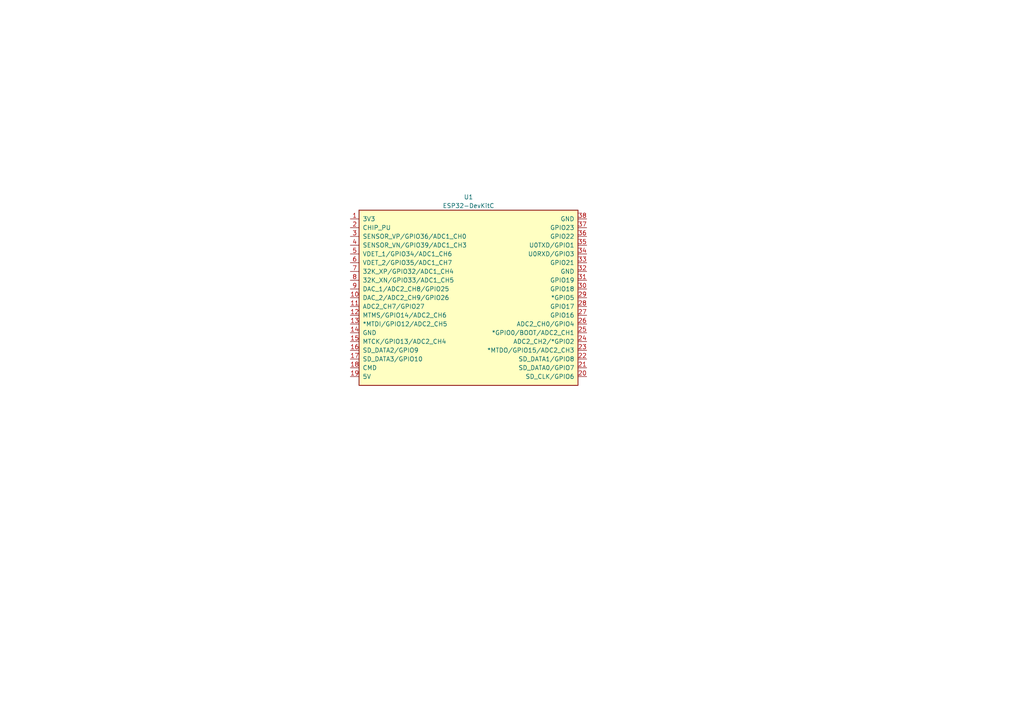
<source format=kicad_sch>
(kicad_sch (version 20230121) (generator eeschema)
  (paper "A4")
  (lib_symbols
    (symbol "Espressif:ESP32-DevKitC" (pin_names (offset 1.016))
      (property "Reference" "U" (at -30.48 30.48 0))
      (property "Value" "ESP32-DevKitC" (at -30.48 27.94 0))
      (symbol "ESP32-DevKitC_0_0"
        (pin power_in line (at -33.02 -10.16 0) (length 2.54) (name "GND") (number "14"))
        (pin power_in line (at -33.02 -22.86 0) (length 2.54) (name "5V") (number "19"))
      )
      (symbol "ESP32-DevKitC_0_1"
        (rectangle (start -30.48 25.4) (end 33.02 -25.4) (stroke (width 0.254)) (fill (type background)))
      )
      (symbol "ESP32-DevKitC_1_1"
        (pin power_in line (at -33.02 22.86 0) (length 2.54) (name "3V3") (number "1"))
        (pin bidirectional line (at -33.02 0 0) (length 2.54) (name "DAC_2/ADC2_CH9/GPIO26") (number "10"))
        (pin bidirectional line (at -33.02 -2.54 0) (length 2.54) (name "ADC2_CH7/GPIO27") (number "11"))
        (pin bidirectional line (at -33.02 -5.08 0) (length 2.54) (name "MTMS/GPIO14/ADC2_CH6") (number "12"))
        (pin bidirectional line (at -33.02 -7.62 0) (length 2.54) (name "*MTDI/GPIO12/ADC2_CH5") (number "13"))
        (pin bidirectional line (at -33.02 -12.7 0) (length 2.54) (name "MTCK/GPIO13/ADC2_CH4") (number "15"))
        (pin bidirectional line (at -33.02 -15.24 0) (length 2.54) (name "SD_DATA2/GPIO9") (number "16"))
        (pin bidirectional line (at -33.02 -17.78 0) (length 2.54) (name "SD_DATA3/GPIO10") (number "17"))
        (pin bidirectional line (at -33.02 -20.32 0) (length 2.54) (name "CMD") (number "18"))
        (pin input line (at -33.02 20.32 0) (length 2.54) (name "CHIP_PU") (number "2"))
        (pin bidirectional line (at 35.56 -22.86 180) (length 2.54) (name "SD_CLK/GPIO6") (number "20"))
        (pin bidirectional line (at 35.56 -20.32 180) (length 2.54) (name "SD_DATA0/GPIO7") (number "21"))
        (pin bidirectional line (at 35.56 -17.78 180) (length 2.54) (name "SD_DATA1/GPIO8") (number "22"))
        (pin bidirectional line (at 35.56 -15.24 180) (length 2.54) (name "*MTDO/GPIO15/ADC2_CH3") (number "23"))
        (pin bidirectional line (at 35.56 -12.7 180) (length 2.54) (name "ADC2_CH2/*GPIO2") (number "24"))
        (pin bidirectional line (at 35.56 -10.16 180) (length 2.54) (name "*GPIO0/BOOT/ADC2_CH1") (number "25"))
        (pin bidirectional line (at 35.56 -7.62 180) (length 2.54) (name "ADC2_CH0/GPIO4") (number "26"))
        (pin bidirectional line (at 35.56 -5.08 180) (length 2.54) (name "GPIO16") (number "27"))
        (pin bidirectional line (at 35.56 -2.54 180) (length 2.54) (name "GPIO17") (number "28"))
        (pin bidirectional line (at 35.56 0 180) (length 2.54) (name "*GPIO5") (number "29"))
        (pin input line (at -33.02 17.78 0) (length 2.54) (name "SENSOR_VP/GPIO36/ADC1_CH0") (number "3"))
        (pin bidirectional line (at 35.56 2.54 180) (length 2.54) (name "GPIO18") (number "30"))
        (pin bidirectional line (at 35.56 5.08 180) (length 2.54) (name "GPIO19") (number "31"))
        (pin power_in line (at 35.56 7.62 180) (length 2.54) (name "GND") (number "32"))
        (pin bidirectional line (at 35.56 10.16 180) (length 2.54) (name "GPIO21") (number "33"))
        (pin bidirectional line (at 35.56 12.7 180) (length 2.54) (name "U0RXD/GPIO3") (number "34"))
        (pin bidirectional line (at 35.56 15.24 180) (length 2.54) (name "U0TXD/GPIO1") (number "35"))
        (pin bidirectional line (at 35.56 17.78 180) (length 2.54) (name "GPIO22") (number "36"))
        (pin bidirectional line (at 35.56 20.32 180) (length 2.54) (name "GPIO23") (number "37"))
        (pin power_in line (at 35.56 22.86 180) (length 2.54) (name "GND") (number "38"))
        (pin input line (at -33.02 15.24 0) (length 2.54) (name "SENSOR_VN/GPIO39/ADC1_CH3") (number "4"))
        (pin input line (at -33.02 12.7 0) (length 2.54) (name "VDET_1/GPIO34/ADC1_CH6") (number "5"))
        (pin input line (at -33.02 10.16 0) (length 2.54) (name "VDET_2/GPIO35/ADC1_CH7") (number "6"))
        (pin bidirectional line (at -33.02 7.62 0) (length 2.54) (name "32K_XP/GPIO32/ADC1_CH4") (number "7"))
        (pin bidirectional line (at -33.02 5.08 0) (length 2.54) (name "32K_XN/GPIO33/ADC1_CH5") (number "8"))
        (pin bidirectional line (at -33.02 2.54 0) (length 2.54) (name "DAC_1/ADC2_CH8/GPIO25") (number "9"))
      )
    )
  )
  (symbol (lib_id "Espressif:ESP32-DevKitC") (at 134.62 86.36 0) (unit 1)
    (property "Reference" "U1" (at 135.89 57.15 0))
    (property "Value" "ESP32-DevKitC" (at 135.89 59.69 0))
    (property "Footprint" "Espressif:ESP32-DevKitC" (effects hide))
    (property "Datasheet" "https://docs.espressif.com/projects/esp-idf/zh_CN/latest/esp32/hw-reference/esp32/get-started-devkitc.html" (effects hide))
  )
)
</source>
